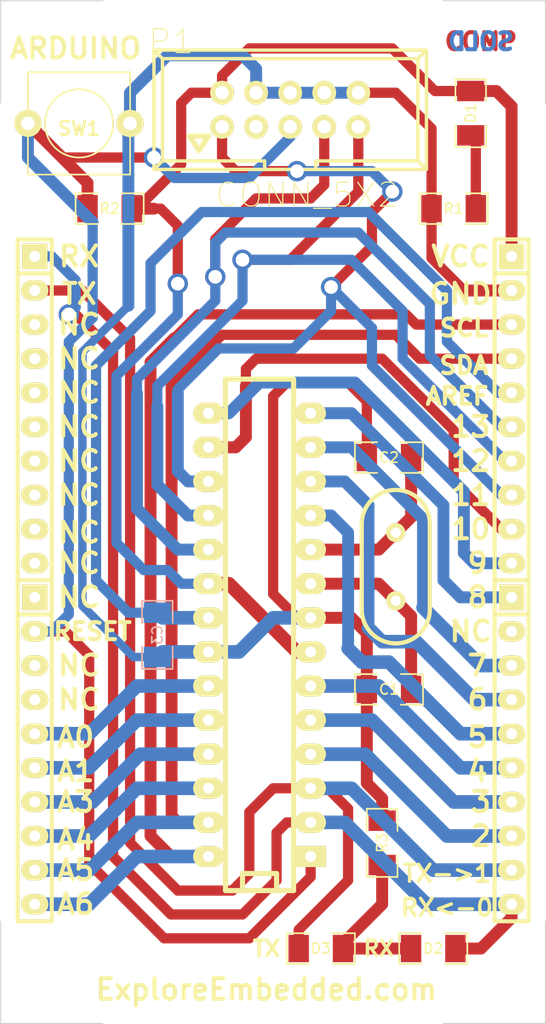
<source format=kicad_pcb>
(kicad_pcb (version 3) (host pcbnew "(2013-07-07 BZR 4022)-stable")

  (general
    (links 59)
    (no_connects 0)
    (area 29.159999 58.369999 71.10476 134.670001)
    (thickness 1.6)
    (drawings 54)
    (tracks 319)
    (zones 0)
    (modules 17)
    (nets 29)
  )

  (page A4)
  (layers
    (15 F.Cu signal)
    (0 B.Cu signal)
    (16 B.Adhes user)
    (17 F.Adhes user)
    (18 B.Paste user)
    (19 F.Paste user)
    (20 B.SilkS user)
    (21 F.SilkS user)
    (22 B.Mask user)
    (23 F.Mask user)
    (24 Dwgs.User user)
    (25 Cmts.User user)
    (26 Eco1.User user)
    (27 Eco2.User user)
    (28 Edge.Cuts user)
  )

  (setup
    (last_trace_width 0.762)
    (user_trace_width 0.508)
    (user_trace_width 0.635)
    (user_trace_width 0.762)
    (user_trace_width 0.889)
    (user_trace_width 1.016)
    (user_trace_width 1.143)
    (user_trace_width 1.27)
    (trace_clearance 0.254)
    (zone_clearance 0.508)
    (zone_45_only no)
    (trace_min 0.254)
    (segment_width 0.2)
    (edge_width 0.1)
    (via_size 0.889)
    (via_drill 0.635)
    (via_min_size 0.889)
    (via_min_drill 0.508)
    (user_via 1.524 1.016)
    (uvia_size 0.508)
    (uvia_drill 0.127)
    (uvias_allowed no)
    (uvia_min_size 0.508)
    (uvia_min_drill 0.127)
    (pcb_text_width 0.3)
    (pcb_text_size 1.5 1.5)
    (mod_edge_width 0.15)
    (mod_text_size 1 1)
    (mod_text_width 0.15)
    (pad_size 1.778 1.778)
    (pad_drill 0.99822)
    (pad_to_mask_clearance 0)
    (aux_axis_origin 0 0)
    (visible_elements 7FFFFFFF)
    (pcbplotparams
      (layerselection 3178497)
      (usegerberextensions true)
      (excludeedgelayer true)
      (linewidth 0.150000)
      (plotframeref false)
      (viasonmask false)
      (mode 1)
      (useauxorigin false)
      (hpglpennumber 1)
      (hpglpenspeed 20)
      (hpglpendiameter 15)
      (hpglpenoverlay 2)
      (psnegative false)
      (psa4output false)
      (plotreference true)
      (plotvalue true)
      (plotothertext true)
      (plotinvisibletext false)
      (padsonsilk false)
      (subtractmaskfromsilk false)
      (outputformat 1)
      (mirror false)
      (drillshape 0)
      (scaleselection 1)
      (outputdirectory ""))
  )

  (net 0 "")
  (net 1 /10)
  (net 2 /11)
  (net 3 /12)
  (net 4 /13)
  (net 5 /2)
  (net 6 /3)
  (net 7 /4)
  (net 8 /5)
  (net 9 /6)
  (net 10 /7)
  (net 11 /8)
  (net 12 /9)
  (net 13 /A0)
  (net 14 /A1)
  (net 15 /A2)
  (net 16 /A3)
  (net 17 /AREF)
  (net 18 /RESET)
  (net 19 /RX)
  (net 20 /SCL)
  (net 21 /SDA)
  (net 22 /TX)
  (net 23 /VCC)
  (net 24 GND)
  (net 25 N-0000018)
  (net 26 N-0000032)
  (net 27 N-0000033)
  (net 28 N-0000034)

  (net_class Default "This is the default net class."
    (clearance 0.254)
    (trace_width 0.254)
    (via_dia 0.889)
    (via_drill 0.635)
    (uvia_dia 0.508)
    (uvia_drill 0.127)
    (add_net "")
    (add_net /10)
    (add_net /11)
    (add_net /12)
    (add_net /13)
    (add_net /2)
    (add_net /3)
    (add_net /4)
    (add_net /5)
    (add_net /6)
    (add_net /7)
    (add_net /8)
    (add_net /9)
    (add_net /A0)
    (add_net /A1)
    (add_net /A2)
    (add_net /A3)
    (add_net /AREF)
    (add_net /RESET)
    (add_net /RX)
    (add_net /SCL)
    (add_net /SDA)
    (add_net /TX)
    (add_net /VCC)
    (add_net GND)
    (add_net N-0000018)
    (add_net N-0000032)
    (add_net N-0000033)
    (add_net N-0000034)
  )

  (module SIL-10 (layer F.Cu) (tedit 5543201C) (tstamp 55093B3F)
    (at 31.75 88.9 270)
    (descr "Connecteur 10 pins")
    (tags "CONN DEV")
    (path /55093011)
    (fp_text reference P2 (at -6.35 -2.54 270) (layer F.SilkS) hide
      (effects (font (size 1.72974 1.08712) (thickness 0.27178)))
    )
    (fp_text value CONN_10 (at 6.35 -2.54 270) (layer F.SilkS) hide
      (effects (font (size 1.524 1.016) (thickness 0.254)))
    )
    (fp_line (start -12.7 1.27) (end -12.7 -1.27) (layer F.SilkS) (width 0.3048))
    (fp_line (start -12.7 -1.27) (end 12.7 -1.27) (layer F.SilkS) (width 0.3048))
    (fp_line (start 12.7 -1.27) (end 12.7 1.27) (layer F.SilkS) (width 0.3048))
    (fp_line (start 12.7 1.27) (end -12.7 1.27) (layer F.SilkS) (width 0.3048))
    (fp_line (start -10.16 1.27) (end -10.16 -1.27) (layer F.SilkS) (width 0.3048))
    (pad 1 thru_hole rect (at -11.43 0 270) (size 1.905 1.905) (drill 0.8128)
      (layers *.Cu *.Mask F.SilkS)
      (net 19 /RX)
    )
    (pad 2 thru_hole oval (at -8.89 0 270) (size 1.524 2.032) (drill 0.8128)
      (layers *.Cu *.Mask F.SilkS)
      (net 22 /TX)
    )
    (pad 3 thru_hole oval (at -6.35 0 270) (size 1.524 2.032) (drill 0.8128)
      (layers *.Cu *.Mask F.SilkS)
    )
    (pad 4 thru_hole oval (at -3.81 0 270) (size 1.524 2.032) (drill 0.8128)
      (layers *.Cu *.Mask F.SilkS)
    )
    (pad 5 thru_hole oval (at -1.27 0 270) (size 1.524 2.032) (drill 0.8128)
      (layers *.Cu *.Mask F.SilkS)
    )
    (pad 6 thru_hole oval (at 1.27 0 270) (size 1.524 2.032) (drill 0.8128)
      (layers *.Cu *.Mask F.SilkS)
    )
    (pad 7 thru_hole oval (at 3.81 0 270) (size 1.524 2.032) (drill 0.8128)
      (layers *.Cu *.Mask F.SilkS)
    )
    (pad 8 thru_hole oval (at 6.35 0 270) (size 1.524 2.032) (drill 0.8128)
      (layers *.Cu *.Mask F.SilkS)
    )
    (pad 9 thru_hole oval (at 8.89 0 270) (size 1.524 2.032) (drill 0.8128)
      (layers *.Cu *.Mask F.SilkS)
    )
    (pad 10 thru_hole oval (at 11.43 0 270) (size 1.524 2.032) (drill 0.8128)
      (layers *.Cu *.Mask F.SilkS)
    )
  )

  (module SIL-10 (layer F.Cu) (tedit 5543200B) (tstamp 55093B52)
    (at 31.75 114.3 270)
    (descr "Connecteur 10 pins")
    (tags "CONN DEV")
    (path /55093017)
    (fp_text reference P3 (at -6.35 -2.54 270) (layer F.SilkS) hide
      (effects (font (size 1.72974 1.08712) (thickness 0.27178)))
    )
    (fp_text value CONN_10 (at 6.35 -2.54 270) (layer F.SilkS) hide
      (effects (font (size 1.524 1.016) (thickness 0.254)))
    )
    (fp_line (start -12.7 1.27) (end -12.7 -1.27) (layer F.SilkS) (width 0.3048))
    (fp_line (start -12.7 -1.27) (end 12.7 -1.27) (layer F.SilkS) (width 0.3048))
    (fp_line (start 12.7 -1.27) (end 12.7 1.27) (layer F.SilkS) (width 0.3048))
    (fp_line (start 12.7 1.27) (end -12.7 1.27) (layer F.SilkS) (width 0.3048))
    (fp_line (start -10.16 1.27) (end -10.16 -1.27) (layer F.SilkS) (width 0.3048))
    (pad 1 thru_hole rect (at -11.43 0 270) (size 1.905 1.905) (drill 0.8128)
      (layers *.Cu *.Mask F.SilkS)
    )
    (pad 2 thru_hole oval (at -8.89 0 270) (size 1.524 2.032) (drill 0.8128)
      (layers *.Cu *.Mask F.SilkS)
      (net 18 /RESET)
    )
    (pad 3 thru_hole oval (at -6.35 0 270) (size 1.524 2.032) (drill 0.8128)
      (layers *.Cu *.Mask F.SilkS)
    )
    (pad 4 thru_hole oval (at -3.81 0 270) (size 1.524 2.032) (drill 0.8128)
      (layers *.Cu *.Mask F.SilkS)
    )
    (pad 5 thru_hole oval (at -1.27 0 270) (size 1.524 2.032) (drill 0.8128)
      (layers *.Cu *.Mask F.SilkS)
      (net 13 /A0)
    )
    (pad 6 thru_hole oval (at 1.27 0 270) (size 1.524 2.032) (drill 0.8128)
      (layers *.Cu *.Mask F.SilkS)
      (net 14 /A1)
    )
    (pad 7 thru_hole oval (at 3.81 0 270) (size 1.524 2.032) (drill 0.8128)
      (layers *.Cu *.Mask F.SilkS)
      (net 15 /A2)
    )
    (pad 8 thru_hole oval (at 6.35 0 270) (size 1.524 2.032) (drill 0.8128)
      (layers *.Cu *.Mask F.SilkS)
      (net 16 /A3)
    )
    (pad 9 thru_hole oval (at 8.89 0 270) (size 1.524 2.032) (drill 0.8128)
      (layers *.Cu *.Mask F.SilkS)
      (net 21 /SDA)
    )
    (pad 10 thru_hole oval (at 11.43 0 270) (size 1.524 2.032) (drill 0.8128)
      (layers *.Cu *.Mask F.SilkS)
      (net 20 /SCL)
    )
  )

  (module SIL-10 (layer F.Cu) (tedit 55431FF4) (tstamp 55093B65)
    (at 67.31 114.3 270)
    (descr "Connecteur 10 pins")
    (tags "CONN DEV")
    (path /5509300B)
    (fp_text reference P5 (at -6.35 -2.54 270) (layer F.SilkS) hide
      (effects (font (size 1.72974 1.08712) (thickness 0.27178)))
    )
    (fp_text value CONN_10 (at 6.35 -2.54 270) (layer F.SilkS) hide
      (effects (font (size 1.524 1.016) (thickness 0.254)))
    )
    (fp_line (start -12.7 1.27) (end -12.7 -1.27) (layer F.SilkS) (width 0.3048))
    (fp_line (start -12.7 -1.27) (end 12.7 -1.27) (layer F.SilkS) (width 0.3048))
    (fp_line (start 12.7 -1.27) (end 12.7 1.27) (layer F.SilkS) (width 0.3048))
    (fp_line (start 12.7 1.27) (end -12.7 1.27) (layer F.SilkS) (width 0.3048))
    (fp_line (start -10.16 1.27) (end -10.16 -1.27) (layer F.SilkS) (width 0.3048))
    (pad 1 thru_hole rect (at -11.43 0 270) (size 1.905 1.905) (drill 0.8128)
      (layers *.Cu *.Mask F.SilkS)
      (net 11 /8)
    )
    (pad 2 thru_hole oval (at -8.89 0 270) (size 1.524 2.032) (drill 0.8128)
      (layers *.Cu *.Mask F.SilkS)
    )
    (pad 3 thru_hole oval (at -6.35 0 270) (size 1.524 2.032) (drill 0.8128)
      (layers *.Cu *.Mask F.SilkS)
      (net 10 /7)
    )
    (pad 4 thru_hole oval (at -3.81 0 270) (size 1.524 2.032) (drill 0.8128)
      (layers *.Cu *.Mask F.SilkS)
      (net 9 /6)
    )
    (pad 5 thru_hole oval (at -1.27 0 270) (size 1.524 2.032) (drill 0.8128)
      (layers *.Cu *.Mask F.SilkS)
      (net 8 /5)
    )
    (pad 6 thru_hole oval (at 1.27 0 270) (size 1.524 2.032) (drill 0.8128)
      (layers *.Cu *.Mask F.SilkS)
      (net 7 /4)
    )
    (pad 7 thru_hole oval (at 3.81 0 270) (size 1.524 2.032) (drill 0.8128)
      (layers *.Cu *.Mask F.SilkS)
      (net 6 /3)
    )
    (pad 8 thru_hole oval (at 6.35 0 270) (size 1.524 2.032) (drill 0.8128)
      (layers *.Cu *.Mask F.SilkS)
      (net 5 /2)
    )
    (pad 9 thru_hole oval (at 8.89 0 270) (size 1.524 2.032) (drill 0.8128)
      (layers *.Cu *.Mask F.SilkS)
      (net 22 /TX)
    )
    (pad 10 thru_hole oval (at 11.43 0 270) (size 1.524 2.032) (drill 0.8128)
      (layers *.Cu *.Mask F.SilkS)
      (net 19 /RX)
    )
  )

  (module SIL-10 (layer F.Cu) (tedit 55431FE9) (tstamp 55093B2C)
    (at 67.31 88.9 270)
    (descr "Connecteur 10 pins")
    (tags "CONN DEV")
    (path /55092FFE)
    (fp_text reference P4 (at -6.35 -2.54 270) (layer F.SilkS) hide
      (effects (font (size 1.72974 1.08712) (thickness 0.27178)))
    )
    (fp_text value CONN_10 (at 6.35 -2.54 270) (layer F.SilkS) hide
      (effects (font (size 1.524 1.016) (thickness 0.254)))
    )
    (fp_line (start -12.7 1.27) (end -12.7 -1.27) (layer F.SilkS) (width 0.3048))
    (fp_line (start -12.7 -1.27) (end 12.7 -1.27) (layer F.SilkS) (width 0.3048))
    (fp_line (start 12.7 -1.27) (end 12.7 1.27) (layer F.SilkS) (width 0.3048))
    (fp_line (start 12.7 1.27) (end -12.7 1.27) (layer F.SilkS) (width 0.3048))
    (fp_line (start -10.16 1.27) (end -10.16 -1.27) (layer F.SilkS) (width 0.3048))
    (pad 1 thru_hole rect (at -11.43 0 270) (size 1.905 1.905) (drill 0.8128)
      (layers *.Cu *.Mask F.SilkS)
      (net 23 /VCC)
    )
    (pad 2 thru_hole oval (at -8.89 0 270) (size 1.524 2.032) (drill 0.8128)
      (layers *.Cu *.Mask F.SilkS)
      (net 24 GND)
    )
    (pad 3 thru_hole oval (at -6.35 0 270) (size 1.524 2.032) (drill 0.8128)
      (layers *.Cu *.Mask F.SilkS)
      (net 20 /SCL)
    )
    (pad 4 thru_hole oval (at -3.81 0 270) (size 1.524 2.032) (drill 0.8128)
      (layers *.Cu *.Mask F.SilkS)
      (net 21 /SDA)
    )
    (pad 5 thru_hole oval (at -1.27 0 270) (size 1.524 2.032) (drill 0.8128)
      (layers *.Cu *.Mask F.SilkS)
      (net 17 /AREF)
    )
    (pad 6 thru_hole oval (at 1.27 0 270) (size 1.524 2.032) (drill 0.8128)
      (layers *.Cu *.Mask F.SilkS)
      (net 4 /13)
    )
    (pad 7 thru_hole oval (at 3.81 0 270) (size 1.524 2.032) (drill 0.8128)
      (layers *.Cu *.Mask F.SilkS)
      (net 3 /12)
    )
    (pad 8 thru_hole oval (at 6.35 0 270) (size 1.524 2.032) (drill 0.8128)
      (layers *.Cu *.Mask F.SilkS)
      (net 2 /11)
    )
    (pad 9 thru_hole oval (at 8.89 0 270) (size 1.524 2.032) (drill 0.8128)
      (layers *.Cu *.Mask F.SilkS)
      (net 1 /10)
    )
    (pad 10 thru_hole oval (at 11.43 0 270) (size 1.524 2.032) (drill 0.8128)
      (layers *.Cu *.Mask F.SilkS)
      (net 12 /9)
    )
  )

  (module SW_PB_2pin_xl (layer F.Cu) (tedit 55431C33) (tstamp 55093AC2)
    (at 35.052 67.564)
    (path /55092C46)
    (fp_text reference SW1 (at 0 0.381) (layer F.SilkS)
      (effects (font (size 1.016 1.016) (thickness 0.2032)))
    )
    (fp_text value SPST (at -1.00076 1.00076) (layer F.SilkS) hide
      (effects (font (size 1.016 1.016) (thickness 0.2032)))
    )
    (fp_circle (center 0 0) (end 0 -2.54) (layer F.SilkS) (width 0.127))
    (fp_line (start -3.81 -3.81) (end 3.81 -3.81) (layer F.SilkS) (width 0.127))
    (fp_line (start 3.81 -3.81) (end 3.81 3.81) (layer F.SilkS) (width 0.127))
    (fp_line (start 3.81 3.81) (end -3.81 3.81) (layer F.SilkS) (width 0.127))
    (fp_line (start -3.81 -3.81) (end -3.81 3.81) (layer F.SilkS) (width 0.127))
    (pad 1 thru_hole circle (at -3.81 -0.01016) (size 2.032 2.032) (drill 1.016)
      (layers *.Cu *.Mask F.SilkS)
      (net 18 /RESET)
    )
    (pad 2 thru_hole circle (at 3.79984 0) (size 2.032 2.032) (drill 1.016)
      (layers *.Cu *.Mask F.SilkS)
      (net 24 GND)
    )
  )

  (module SM1206 (layer F.Cu) (tedit 42806E24) (tstamp 55093ACE)
    (at 62.992 73.914 180)
    (path /55092C20)
    (attr smd)
    (fp_text reference R1 (at 0 0 180) (layer F.SilkS)
      (effects (font (size 0.762 0.762) (thickness 0.127)))
    )
    (fp_text value 1k (at 0 0 180) (layer F.SilkS) hide
      (effects (font (size 0.762 0.762) (thickness 0.127)))
    )
    (fp_line (start -2.54 -1.143) (end -2.54 1.143) (layer F.SilkS) (width 0.127))
    (fp_line (start -2.54 1.143) (end -0.889 1.143) (layer F.SilkS) (width 0.127))
    (fp_line (start 0.889 -1.143) (end 2.54 -1.143) (layer F.SilkS) (width 0.127))
    (fp_line (start 2.54 -1.143) (end 2.54 1.143) (layer F.SilkS) (width 0.127))
    (fp_line (start 2.54 1.143) (end 0.889 1.143) (layer F.SilkS) (width 0.127))
    (fp_line (start -0.889 -1.143) (end -2.54 -1.143) (layer F.SilkS) (width 0.127))
    (pad 1 smd rect (at -1.651 0 180) (size 1.524 2.032)
      (layers F.Cu F.Paste F.Mask)
      (net 26 N-0000032)
    )
    (pad 2 smd rect (at 1.651 0 180) (size 1.524 2.032)
      (layers F.Cu F.Paste F.Mask)
      (net 24 GND)
    )
    (model smd/chip_cms.wrl
      (at (xyz 0 0 0))
      (scale (xyz 0.17 0.16 0.16))
      (rotate (xyz 0 0 0))
    )
  )

  (module SM1206 (layer F.Cu) (tedit 42806E24) (tstamp 55093ADA)
    (at 64.262 66.802 270)
    (path /55092C26)
    (attr smd)
    (fp_text reference D1 (at 0 0 270) (layer F.SilkS)
      (effects (font (size 0.762 0.762) (thickness 0.127)))
    )
    (fp_text value LED (at 0 0 270) (layer F.SilkS) hide
      (effects (font (size 0.762 0.762) (thickness 0.127)))
    )
    (fp_line (start -2.54 -1.143) (end -2.54 1.143) (layer F.SilkS) (width 0.127))
    (fp_line (start -2.54 1.143) (end -0.889 1.143) (layer F.SilkS) (width 0.127))
    (fp_line (start 0.889 -1.143) (end 2.54 -1.143) (layer F.SilkS) (width 0.127))
    (fp_line (start 2.54 -1.143) (end 2.54 1.143) (layer F.SilkS) (width 0.127))
    (fp_line (start 2.54 1.143) (end 0.889 1.143) (layer F.SilkS) (width 0.127))
    (fp_line (start -0.889 -1.143) (end -2.54 -1.143) (layer F.SilkS) (width 0.127))
    (pad 1 smd rect (at -1.651 0 270) (size 1.524 2.032)
      (layers F.Cu F.Paste F.Mask)
      (net 23 /VCC)
    )
    (pad 2 smd rect (at 1.651 0 270) (size 1.524 2.032)
      (layers F.Cu F.Paste F.Mask)
      (net 26 N-0000032)
    )
    (model smd/chip_cms.wrl
      (at (xyz 0 0 0))
      (scale (xyz 0.17 0.16 0.16))
      (rotate (xyz 0 0 0))
    )
  )

  (module SM1206 (layer F.Cu) (tedit 42806E24) (tstamp 55093AE6)
    (at 37.338 73.914 180)
    (path /55092C52)
    (attr smd)
    (fp_text reference R2 (at 0 0 180) (layer F.SilkS)
      (effects (font (size 0.762 0.762) (thickness 0.127)))
    )
    (fp_text value 10k (at 0 0 180) (layer F.SilkS) hide
      (effects (font (size 0.762 0.762) (thickness 0.127)))
    )
    (fp_line (start -2.54 -1.143) (end -2.54 1.143) (layer F.SilkS) (width 0.127))
    (fp_line (start -2.54 1.143) (end -0.889 1.143) (layer F.SilkS) (width 0.127))
    (fp_line (start 0.889 -1.143) (end 2.54 -1.143) (layer F.SilkS) (width 0.127))
    (fp_line (start 2.54 -1.143) (end 2.54 1.143) (layer F.SilkS) (width 0.127))
    (fp_line (start 2.54 1.143) (end 0.889 1.143) (layer F.SilkS) (width 0.127))
    (fp_line (start -0.889 -1.143) (end -2.54 -1.143) (layer F.SilkS) (width 0.127))
    (pad 1 smd rect (at -1.651 0 180) (size 1.524 2.032)
      (layers F.Cu F.Paste F.Mask)
      (net 23 /VCC)
    )
    (pad 2 smd rect (at 1.651 0 180) (size 1.524 2.032)
      (layers F.Cu F.Paste F.Mask)
      (net 18 /RESET)
    )
    (model smd/chip_cms.wrl
      (at (xyz 0 0 0))
      (scale (xyz 0.17 0.16 0.16))
      (rotate (xyz 0 0 0))
    )
  )

  (module SM1206 (layer F.Cu) (tedit 42806E24) (tstamp 55093AF2)
    (at 58.166 92.456)
    (path /55092C64)
    (attr smd)
    (fp_text reference C2 (at 0 0) (layer F.SilkS)
      (effects (font (size 0.762 0.762) (thickness 0.127)))
    )
    (fp_text value 22pF (at 0 0) (layer F.SilkS) hide
      (effects (font (size 0.762 0.762) (thickness 0.127)))
    )
    (fp_line (start -2.54 -1.143) (end -2.54 1.143) (layer F.SilkS) (width 0.127))
    (fp_line (start -2.54 1.143) (end -0.889 1.143) (layer F.SilkS) (width 0.127))
    (fp_line (start 0.889 -1.143) (end 2.54 -1.143) (layer F.SilkS) (width 0.127))
    (fp_line (start 2.54 -1.143) (end 2.54 1.143) (layer F.SilkS) (width 0.127))
    (fp_line (start 2.54 1.143) (end 0.889 1.143) (layer F.SilkS) (width 0.127))
    (fp_line (start -0.889 -1.143) (end -2.54 -1.143) (layer F.SilkS) (width 0.127))
    (pad 1 smd rect (at -1.651 0) (size 1.524 2.032)
      (layers F.Cu F.Paste F.Mask)
      (net 24 GND)
    )
    (pad 2 smd rect (at 1.651 0) (size 1.524 2.032)
      (layers F.Cu F.Paste F.Mask)
      (net 27 N-0000033)
    )
    (model smd/chip_cms.wrl
      (at (xyz 0 0 0))
      (scale (xyz 0.17 0.16 0.16))
      (rotate (xyz 0 0 0))
    )
  )

  (module SM1206 (layer F.Cu) (tedit 42806E24) (tstamp 55093AFE)
    (at 58.166 109.728)
    (path /55092C6A)
    (attr smd)
    (fp_text reference C1 (at 0 0) (layer F.SilkS)
      (effects (font (size 0.762 0.762) (thickness 0.127)))
    )
    (fp_text value 22pF (at 0 0) (layer F.SilkS) hide
      (effects (font (size 0.762 0.762) (thickness 0.127)))
    )
    (fp_line (start -2.54 -1.143) (end -2.54 1.143) (layer F.SilkS) (width 0.127))
    (fp_line (start -2.54 1.143) (end -0.889 1.143) (layer F.SilkS) (width 0.127))
    (fp_line (start 0.889 -1.143) (end 2.54 -1.143) (layer F.SilkS) (width 0.127))
    (fp_line (start 2.54 -1.143) (end 2.54 1.143) (layer F.SilkS) (width 0.127))
    (fp_line (start 2.54 1.143) (end 0.889 1.143) (layer F.SilkS) (width 0.127))
    (fp_line (start -0.889 -1.143) (end -2.54 -1.143) (layer F.SilkS) (width 0.127))
    (pad 1 smd rect (at -1.651 0) (size 1.524 2.032)
      (layers F.Cu F.Paste F.Mask)
      (net 24 GND)
    )
    (pad 2 smd rect (at 1.651 0) (size 1.524 2.032)
      (layers F.Cu F.Paste F.Mask)
      (net 28 N-0000034)
    )
    (model smd/chip_cms.wrl
      (at (xyz 0 0 0))
      (scale (xyz 0.17 0.16 0.16))
      (rotate (xyz 0 0 0))
    )
  )

  (module SM1206 (layer B.Cu) (tedit 42806E24) (tstamp 55093B0A)
    (at 40.894 105.664 90)
    (path /55092CAB)
    (attr smd)
    (fp_text reference C3 (at 0 0 90) (layer B.SilkS)
      (effects (font (size 0.762 0.762) (thickness 0.127)) (justify mirror))
    )
    (fp_text value 100nF (at 0 0 90) (layer B.SilkS) hide
      (effects (font (size 0.762 0.762) (thickness 0.127)) (justify mirror))
    )
    (fp_line (start -2.54 1.143) (end -2.54 -1.143) (layer B.SilkS) (width 0.127))
    (fp_line (start -2.54 -1.143) (end -0.889 -1.143) (layer B.SilkS) (width 0.127))
    (fp_line (start 0.889 1.143) (end 2.54 1.143) (layer B.SilkS) (width 0.127))
    (fp_line (start 2.54 1.143) (end 2.54 -1.143) (layer B.SilkS) (width 0.127))
    (fp_line (start 2.54 -1.143) (end 0.889 -1.143) (layer B.SilkS) (width 0.127))
    (fp_line (start -0.889 1.143) (end -2.54 1.143) (layer B.SilkS) (width 0.127))
    (pad 1 smd rect (at -1.651 0 90) (size 1.524 2.032)
      (layers B.Cu B.Paste B.Mask)
      (net 24 GND)
    )
    (pad 2 smd rect (at 1.651 0 90) (size 1.524 2.032)
      (layers B.Cu B.Paste B.Mask)
      (net 17 /AREF)
    )
    (model smd/chip_cms.wrl
      (at (xyz 0 0 0))
      (scale (xyz 0.17 0.16 0.16))
      (rotate (xyz 0 0 0))
    )
  )

  (module HC-49V (layer F.Cu) (tedit 55432033) (tstamp 55093B71)
    (at 58.674 100.584 270)
    (descr "Quartz boitier HC-49 Vertical")
    (tags "QUARTZ DEV")
    (path /55092C70)
    (autoplace_cost180 10)
    (fp_text reference X1 (at 0 -3.81 270) (layer F.SilkS) hide
      (effects (font (size 1.524 1.524) (thickness 0.3048)))
    )
    (fp_text value CRYSTAL (at 0 3.81 270) (layer F.SilkS) hide
      (effects (font (size 1.524 1.524) (thickness 0.3048)))
    )
    (fp_line (start -3.175 2.54) (end 3.175 2.54) (layer F.SilkS) (width 0.3175))
    (fp_line (start -3.175 -2.54) (end 3.175 -2.54) (layer F.SilkS) (width 0.3175))
    (fp_arc (start 3.175 0) (end 3.175 -2.54) (angle 90) (layer F.SilkS) (width 0.3175))
    (fp_arc (start 3.175 0) (end 5.715 0) (angle 90) (layer F.SilkS) (width 0.3175))
    (fp_arc (start -3.175 0) (end -5.715 0) (angle 90) (layer F.SilkS) (width 0.3175))
    (fp_arc (start -3.175 0) (end -3.175 2.54) (angle 90) (layer F.SilkS) (width 0.3175))
    (pad 1 thru_hole circle (at -2.54 0 270) (size 1.4224 1.4224) (drill 0.762)
      (layers *.Cu *.Mask F.SilkS)
      (net 27 N-0000033)
    )
    (pad 2 thru_hole circle (at 2.54 0 270) (size 1.4224 1.4224) (drill 0.762)
      (layers *.Cu *.Mask F.SilkS)
      (net 28 N-0000034)
    )
    (model discret/xtal/crystal_hc18u_vertical.wrl
      (at (xyz 0 0 0))
      (scale (xyz 1 1 0.2))
      (rotate (xyz 0 0 0))
    )
  )

  (module DIP-28__300_ELL (layer F.Cu) (tedit 55432014) (tstamp 55093B98)
    (at 48.514 105.664 90)
    (descr "28 pins DIL package, elliptical pads, width 300mil")
    (tags DIL)
    (path /55092C76)
    (fp_text reference IC1 (at -11.43 0 90) (layer F.SilkS) hide
      (effects (font (size 1.524 1.143) (thickness 0.28575)))
    )
    (fp_text value ATMEGA8-P (at 6.985 0 90) (layer F.SilkS) hide
      (effects (font (size 1.524 1.143) (thickness 0.28575)))
    )
    (fp_line (start -19.05 -2.54) (end 19.05 -2.54) (layer F.SilkS) (width 0.381))
    (fp_line (start 19.05 -2.54) (end 19.05 2.54) (layer F.SilkS) (width 0.381))
    (fp_line (start 19.05 2.54) (end -19.05 2.54) (layer F.SilkS) (width 0.381))
    (fp_line (start -19.05 2.54) (end -19.05 -2.54) (layer F.SilkS) (width 0.381))
    (fp_line (start -19.05 -1.27) (end -17.78 -1.27) (layer F.SilkS) (width 0.381))
    (fp_line (start -17.78 -1.27) (end -17.78 1.27) (layer F.SilkS) (width 0.381))
    (fp_line (start -17.78 1.27) (end -19.05 1.27) (layer F.SilkS) (width 0.381))
    (pad 2 thru_hole oval (at -13.97 3.81 90) (size 1.5748 2.286) (drill 0.8128)
      (layers *.Cu *.Mask F.SilkS)
      (net 19 /RX)
    )
    (pad 3 thru_hole oval (at -11.43 3.81 90) (size 1.5748 2.286) (drill 0.8128)
      (layers *.Cu *.Mask F.SilkS)
      (net 22 /TX)
    )
    (pad 4 thru_hole oval (at -8.89 3.81 90) (size 1.5748 2.286) (drill 0.8128)
      (layers *.Cu *.Mask F.SilkS)
      (net 5 /2)
    )
    (pad 5 thru_hole oval (at -6.35 3.81 90) (size 1.5748 2.286) (drill 0.8128)
      (layers *.Cu *.Mask F.SilkS)
      (net 6 /3)
    )
    (pad 6 thru_hole oval (at -3.81 3.81 90) (size 1.5748 2.286) (drill 0.8128)
      (layers *.Cu *.Mask F.SilkS)
      (net 7 /4)
    )
    (pad 7 thru_hole oval (at -1.27 3.81 90) (size 1.5748 2.286) (drill 0.8128)
      (layers *.Cu *.Mask F.SilkS)
      (net 23 /VCC)
    )
    (pad 8 thru_hole oval (at 1.27 3.81 90) (size 1.5748 2.286) (drill 0.8128)
      (layers *.Cu *.Mask F.SilkS)
      (net 24 GND)
    )
    (pad 9 thru_hole oval (at 3.81 3.81 90) (size 1.5748 2.286) (drill 0.8128)
      (layers *.Cu *.Mask F.SilkS)
      (net 28 N-0000034)
    )
    (pad 10 thru_hole oval (at 6.35 3.81 90) (size 1.5748 2.286) (drill 0.8128)
      (layers *.Cu *.Mask F.SilkS)
      (net 27 N-0000033)
    )
    (pad 11 thru_hole oval (at 8.89 3.81 90) (size 1.5748 2.286) (drill 0.8128)
      (layers *.Cu *.Mask F.SilkS)
      (net 8 /5)
    )
    (pad 12 thru_hole oval (at 11.43 3.81 90) (size 1.5748 2.286) (drill 0.8128)
      (layers *.Cu *.Mask F.SilkS)
      (net 9 /6)
    )
    (pad 13 thru_hole oval (at 13.97 3.81 90) (size 1.5748 2.286) (drill 0.8128)
      (layers *.Cu *.Mask F.SilkS)
      (net 10 /7)
    )
    (pad 14 thru_hole oval (at 16.51 3.81 90) (size 1.5748 2.286) (drill 0.8128)
      (layers *.Cu *.Mask F.SilkS)
      (net 11 /8)
    )
    (pad 1 thru_hole rect (at -16.51 3.81 90) (size 1.5748 2.286) (drill 0.8128)
      (layers *.Cu *.Mask F.SilkS)
      (net 18 /RESET)
    )
    (pad 15 thru_hole oval (at 16.51 -3.81 90) (size 1.5748 2.286) (drill 0.8128)
      (layers *.Cu *.Mask F.SilkS)
      (net 12 /9)
    )
    (pad 16 thru_hole oval (at 13.97 -3.81 90) (size 1.5748 2.286) (drill 0.8128)
      (layers *.Cu *.Mask F.SilkS)
      (net 1 /10)
    )
    (pad 17 thru_hole oval (at 11.43 -3.81 90) (size 1.5748 2.286) (drill 0.8128)
      (layers *.Cu *.Mask F.SilkS)
      (net 2 /11)
    )
    (pad 18 thru_hole oval (at 8.89 -3.81 90) (size 1.5748 2.286) (drill 0.8128)
      (layers *.Cu *.Mask F.SilkS)
      (net 3 /12)
    )
    (pad 19 thru_hole oval (at 6.35 -3.81 90) (size 1.5748 2.286) (drill 0.8128)
      (layers *.Cu *.Mask F.SilkS)
      (net 4 /13)
    )
    (pad 20 thru_hole oval (at 3.81 -3.81 90) (size 1.5748 2.286) (drill 0.8128)
      (layers *.Cu *.Mask F.SilkS)
      (net 23 /VCC)
    )
    (pad 21 thru_hole oval (at 1.27 -3.81 90) (size 1.5748 2.286) (drill 0.8128)
      (layers *.Cu *.Mask F.SilkS)
      (net 17 /AREF)
    )
    (pad 22 thru_hole oval (at -1.27 -3.81 90) (size 1.5748 2.286) (drill 0.8128)
      (layers *.Cu *.Mask F.SilkS)
      (net 24 GND)
    )
    (pad 23 thru_hole oval (at -3.81 -3.81 90) (size 1.5748 2.286) (drill 0.8128)
      (layers *.Cu *.Mask F.SilkS)
      (net 13 /A0)
    )
    (pad 24 thru_hole oval (at -6.35 -3.81 90) (size 1.5748 2.286) (drill 0.8128)
      (layers *.Cu *.Mask F.SilkS)
      (net 14 /A1)
    )
    (pad 25 thru_hole oval (at -8.89 -3.81 90) (size 1.5748 2.286) (drill 0.8128)
      (layers *.Cu *.Mask F.SilkS)
      (net 15 /A2)
    )
    (pad 26 thru_hole oval (at -11.43 -3.81 90) (size 1.5748 2.286) (drill 0.8128)
      (layers *.Cu *.Mask F.SilkS)
      (net 16 /A3)
    )
    (pad 27 thru_hole oval (at -13.97 -3.81 90) (size 1.5748 2.286) (drill 0.8128)
      (layers *.Cu *.Mask F.SilkS)
      (net 21 /SDA)
    )
    (pad 28 thru_hole oval (at -16.51 -3.81 90) (size 1.5748 2.286) (drill 0.8128)
      (layers *.Cu *.Mask F.SilkS)
      (net 20 /SCL)
    )
    (model dil/dil_28-w300.wrl
      (at (xyz 0 0 0))
      (scale (xyz 1 1 1))
      (rotate (xyz 0 0 0))
    )
  )

  (module SM1206 (layer F.Cu) (tedit 42806E24) (tstamp 55430FFC)
    (at 61.468 129.032 180)
    (path /55431014)
    (attr smd)
    (fp_text reference D2 (at 0 0 180) (layer F.SilkS)
      (effects (font (size 0.762 0.762) (thickness 0.127)))
    )
    (fp_text value LED (at 0 0 180) (layer F.SilkS) hide
      (effects (font (size 0.762 0.762) (thickness 0.127)))
    )
    (fp_line (start -2.54 -1.143) (end -2.54 1.143) (layer F.SilkS) (width 0.127))
    (fp_line (start -2.54 1.143) (end -0.889 1.143) (layer F.SilkS) (width 0.127))
    (fp_line (start 0.889 -1.143) (end 2.54 -1.143) (layer F.SilkS) (width 0.127))
    (fp_line (start 2.54 -1.143) (end 2.54 1.143) (layer F.SilkS) (width 0.127))
    (fp_line (start 2.54 1.143) (end 0.889 1.143) (layer F.SilkS) (width 0.127))
    (fp_line (start -0.889 -1.143) (end -2.54 -1.143) (layer F.SilkS) (width 0.127))
    (pad 1 smd rect (at -1.651 0 180) (size 1.524 2.032)
      (layers F.Cu F.Paste F.Mask)
      (net 19 /RX)
    )
    (pad 2 smd rect (at 1.651 0 180) (size 1.524 2.032)
      (layers F.Cu F.Paste F.Mask)
      (net 25 N-0000018)
    )
    (model smd/chip_cms.wrl
      (at (xyz 0 0 0))
      (scale (xyz 0.17 0.16 0.16))
      (rotate (xyz 0 0 0))
    )
  )

  (module SM1206 (layer F.Cu) (tedit 42806E24) (tstamp 55431008)
    (at 53.086 129.032)
    (path /5543101A)
    (attr smd)
    (fp_text reference D3 (at 0 0) (layer F.SilkS)
      (effects (font (size 0.762 0.762) (thickness 0.127)))
    )
    (fp_text value LED (at 0 0) (layer F.SilkS) hide
      (effects (font (size 0.762 0.762) (thickness 0.127)))
    )
    (fp_line (start -2.54 -1.143) (end -2.54 1.143) (layer F.SilkS) (width 0.127))
    (fp_line (start -2.54 1.143) (end -0.889 1.143) (layer F.SilkS) (width 0.127))
    (fp_line (start 0.889 -1.143) (end 2.54 -1.143) (layer F.SilkS) (width 0.127))
    (fp_line (start 2.54 -1.143) (end 2.54 1.143) (layer F.SilkS) (width 0.127))
    (fp_line (start 2.54 1.143) (end 0.889 1.143) (layer F.SilkS) (width 0.127))
    (fp_line (start -0.889 -1.143) (end -2.54 -1.143) (layer F.SilkS) (width 0.127))
    (pad 1 smd rect (at -1.651 0) (size 1.524 2.032)
      (layers F.Cu F.Paste F.Mask)
      (net 22 /TX)
    )
    (pad 2 smd rect (at 1.651 0) (size 1.524 2.032)
      (layers F.Cu F.Paste F.Mask)
      (net 25 N-0000018)
    )
    (model smd/chip_cms.wrl
      (at (xyz 0 0 0))
      (scale (xyz 0.17 0.16 0.16))
      (rotate (xyz 0 0 0))
    )
  )

  (module SM1206 (layer F.Cu) (tedit 42806E24) (tstamp 55431014)
    (at 57.658 121.158 90)
    (path /55431020)
    (attr smd)
    (fp_text reference R3 (at 0 0 90) (layer F.SilkS)
      (effects (font (size 0.762 0.762) (thickness 0.127)))
    )
    (fp_text value 1k (at 0 0 90) (layer F.SilkS) hide
      (effects (font (size 0.762 0.762) (thickness 0.127)))
    )
    (fp_line (start -2.54 -1.143) (end -2.54 1.143) (layer F.SilkS) (width 0.127))
    (fp_line (start -2.54 1.143) (end -0.889 1.143) (layer F.SilkS) (width 0.127))
    (fp_line (start 0.889 -1.143) (end 2.54 -1.143) (layer F.SilkS) (width 0.127))
    (fp_line (start 2.54 -1.143) (end 2.54 1.143) (layer F.SilkS) (width 0.127))
    (fp_line (start 2.54 1.143) (end 0.889 1.143) (layer F.SilkS) (width 0.127))
    (fp_line (start -0.889 -1.143) (end -2.54 -1.143) (layer F.SilkS) (width 0.127))
    (pad 1 smd rect (at -1.651 0 90) (size 1.524 2.032)
      (layers F.Cu F.Paste F.Mask)
      (net 25 N-0000018)
    )
    (pad 2 smd rect (at 1.651 0 90) (size 1.524 2.032)
      (layers F.Cu F.Paste F.Mask)
      (net 24 GND)
    )
    (model smd/chip_cms.wrl
      (at (xyz 0 0 0))
      (scale (xyz 0.17 0.16 0.16))
      (rotate (xyz 0 0 0))
    )
  )

  (module VASCH5x2 (layer F.Cu) (tedit 55471B31) (tstamp 55093B19)
    (at 50.8 66.548)
    (descr CONNECTOR)
    (tags CONNECTOR)
    (path /55471021)
    (attr virtual)
    (fp_text reference P1 (at -8.89 -5.08) (layer F.SilkS)
      (effects (font (size 1.778 1.778) (thickness 0.0889)))
    )
    (fp_text value CONN_5X2 (at 1.27 6.35) (layer F.SilkS)
      (effects (font (size 1.778 1.778) (thickness 0.0889)))
    )
    (fp_line (start -9.525 -3.81) (end -10.16 -4.445) (layer F.SilkS) (width 0.254))
    (fp_line (start -9.525 3.81) (end -10.16 4.445) (layer F.SilkS) (width 0.254))
    (fp_line (start 9.525 3.81) (end 10.16 4.445) (layer F.SilkS) (width 0.254))
    (fp_line (start 9.525 -3.81) (end 10.16 -4.445) (layer F.SilkS) (width 0.254))
    (fp_line (start 1.905 4.445) (end 1.905 3.81) (layer F.SilkS) (width 0.254))
    (fp_line (start 1.905 3.81) (end 9.525 3.81) (layer F.SilkS) (width 0.254))
    (fp_line (start 9.525 3.81) (end 9.525 -3.81) (layer F.SilkS) (width 0.254))
    (fp_line (start 9.525 -3.81) (end -9.525 -3.81) (layer F.SilkS) (width 0.254))
    (fp_line (start -9.525 -3.81) (end -9.525 3.81) (layer F.SilkS) (width 0.254))
    (fp_line (start -9.525 3.81) (end -1.905 3.81) (layer F.SilkS) (width 0.254))
    (fp_line (start -1.905 3.81) (end -1.905 4.445) (layer F.SilkS) (width 0.254))
    (fp_line (start -10.16 4.445) (end 10.16 4.445) (layer F.SilkS) (width 0.254))
    (fp_line (start 10.16 -4.445) (end -10.16 -4.445) (layer F.SilkS) (width 0.254))
    (fp_line (start -10.16 -4.445) (end -10.16 4.445) (layer F.SilkS) (width 0.254))
    (fp_line (start 10.16 -4.445) (end 10.16 4.445) (layer F.SilkS) (width 0.254))
    (fp_line (start -7.49808 1.9685) (end -6.79958 3.03784) (layer F.SilkS) (width 0.4064))
    (fp_line (start -6.79958 3.03784) (end -6.09854 1.9685) (layer F.SilkS) (width 0.4064))
    (fp_line (start -6.09854 1.9685) (end -7.49808 1.9685) (layer F.SilkS) (width 0.4064))
    (pad 1 thru_hole circle (at -5.08 1.27) (size 1.778 1.778) (drill 0.99822)
      (layers *.Cu F.Paste F.SilkS F.Mask)
      (net 2 /11)
    )
    (pad 2 thru_hole circle (at -5.08 -1.27) (size 1.778 1.778) (drill 0.99822)
      (layers *.Cu F.Paste F.SilkS F.Mask)
      (net 23 /VCC)
    )
    (pad 3 thru_hole circle (at -2.54 1.27) (size 1.778 1.778) (drill 0.99822)
      (layers *.Cu F.Paste F.SilkS F.Mask)
    )
    (pad 4 thru_hole circle (at -2.54 -1.27) (size 1.778 1.778) (drill 0.99822)
      (layers *.Cu F.Paste F.SilkS F.Mask)
      (net 24 GND)
    )
    (pad 5 thru_hole circle (at 0 1.27) (size 1.778 1.778) (drill 0.99822)
      (layers *.Cu F.Paste F.SilkS F.Mask)
      (net 18 /RESET)
    )
    (pad 6 thru_hole circle (at 0 -1.27) (size 1.778 1.778) (drill 0.99822)
      (layers *.Cu F.Paste F.SilkS F.Mask)
      (net 24 GND)
    )
    (pad 7 thru_hole circle (at 2.54 1.27) (size 1.778 1.778) (drill 0.99822)
      (layers *.Cu F.Paste F.SilkS F.Mask)
      (net 4 /13)
    )
    (pad 8 thru_hole circle (at 2.54 -1.27) (size 1.778 1.778) (drill 0.99822)
      (layers *.Cu F.Paste F.SilkS F.Mask)
      (net 24 GND)
    )
    (pad 9 thru_hole circle (at 5.08 1.27) (size 1.778 1.778) (drill 0.99822)
      (layers *.Cu F.Paste F.SilkS F.Mask)
      (net 3 /12)
    )
    (pad 10 thru_hole circle (at 5.08 -1.27) (size 1.778 1.778) (drill 0.99822)
      (layers *.Cu F.Paste F.SilkS F.Mask)
      (net 24 GND)
    )
  )

  (gr_text NC (at 35.052 110.49) (layer F.SilkS)
    (effects (font (size 1.5 1.5) (thickness 0.3)))
  )
  (gr_text NC (at 35.052 107.95) (layer F.SilkS)
    (effects (font (size 1.5 1.5) (thickness 0.3)))
  )
  (gr_text NC (at 35.052 102.87) (layer F.SilkS)
    (effects (font (size 1.5 1.5) (thickness 0.3)))
  )
  (gr_text NC (at 35.052 100.33) (layer F.SilkS)
    (effects (font (size 1.5 1.5) (thickness 0.3)))
  )
  (gr_text NC (at 35.052 98.044) (layer F.SilkS)
    (effects (font (size 1.5 1.5) (thickness 0.3)))
  )
  (gr_text NC (at 35.052 95.25) (layer F.SilkS)
    (effects (font (size 1.5 1.5) (thickness 0.3)))
  )
  (gr_text NC (at 35.052 92.71) (layer F.SilkS)
    (effects (font (size 1.5 1.5) (thickness 0.3)))
  )
  (gr_text NC (at 35.052 90.17) (layer F.SilkS)
    (effects (font (size 1.5 1.5) (thickness 0.3)))
  )
  (gr_text NC (at 35.052 87.63) (layer F.SilkS)
    (effects (font (size 1.5 1.5) (thickness 0.3)))
  )
  (gr_text NC (at 35.052 85.09) (layer F.SilkS)
    (effects (font (size 1.5 1.5) (thickness 0.3)))
  )
  (gr_text NC (at 35.052 82.55) (layer F.SilkS)
    (effects (font (size 1.5 1.5) (thickness 0.3)))
  )
  (gr_text NC (at 64.262 105.41) (layer F.SilkS)
    (effects (font (size 1.5 1.5) (thickness 0.3)))
  )
  (gr_text TX (at 35.052 80.264) (layer F.SilkS)
    (effects (font (size 1.5 1.5) (thickness 0.3)))
  )
  (gr_text RX (at 35.052 77.47) (layer F.SilkS)
    (effects (font (size 1.5 1.5) (thickness 0.3)))
  )
  (gr_text SOLD (at 65.024 61.468) (layer B.Cu)
    (effects (font (size 1.27 1.27) (thickness 0.3)) (justify mirror))
  )
  (gr_text COMP (at 65.024 61.468) (layer F.Cu)
    (effects (font (size 1.27 1.27) (thickness 0.3)))
  )
  (gr_text RESET (at 36.068 105.41) (layer F.SilkS)
    (effects (font (size 1.27 1.27) (thickness 0.3)))
  )
  (gr_text A6 (at 34.798 125.73) (layer F.SilkS)
    (effects (font (size 1.5 1.5) (thickness 0.3)))
  )
  (gr_text A5 (at 34.798 123.19) (layer F.SilkS)
    (effects (font (size 1.5 1.5) (thickness 0.3)))
  )
  (gr_text A4 (at 34.798 120.904) (layer F.SilkS)
    (effects (font (size 1.5 1.5) (thickness 0.3)))
  )
  (gr_text A3 (at 34.798 118.11) (layer F.SilkS)
    (effects (font (size 1.5 1.5) (thickness 0.3)))
  )
  (gr_text A1 (at 34.798 115.824) (layer F.SilkS)
    (effects (font (size 1.5 1.5) (thickness 0.3)))
  )
  (gr_text A0 (at 34.798 113.284) (layer F.SilkS)
    (effects (font (size 1.5 1.5) (thickness 0.3)))
  )
  (gr_text VCC (at 63.5 77.47) (layer F.SilkS)
    (effects (font (size 1.5 1.5) (thickness 0.3)))
  )
  (gr_text GND (at 63.5 80.264) (layer F.SilkS)
    (effects (font (size 1.5 1.5) (thickness 0.3)))
  )
  (gr_text SCL (at 63.754 82.804) (layer F.SilkS)
    (effects (font (size 1.27 1.27) (thickness 0.3)))
  )
  (gr_text SDA (at 63.754 85.598) (layer F.SilkS)
    (effects (font (size 1.27 1.27) (thickness 0.3)))
  )
  (gr_text AREF (at 63.246 87.884) (layer F.SilkS)
    (effects (font (size 1.27 1.27) (thickness 0.3)))
  )
  (gr_text 13 (at 64.262 90.17) (layer F.SilkS)
    (effects (font (size 1.5 1.5) (thickness 0.3)))
  )
  (gr_text 12 (at 64.262 92.71) (layer F.SilkS)
    (effects (font (size 1.5 1.5) (thickness 0.3)))
  )
  (gr_text 11 (at 64.262 95.25) (layer F.SilkS)
    (effects (font (size 1.5 1.5) (thickness 0.3)))
  )
  (gr_text 10 (at 64.262 97.79) (layer F.SilkS)
    (effects (font (size 1.5 1.5) (thickness 0.3)))
  )
  (gr_text 9 (at 64.77 100.33) (layer F.SilkS)
    (effects (font (size 1.5 1.5) (thickness 0.3)))
  )
  (gr_text 8 (at 64.77 102.87) (layer F.SilkS)
    (effects (font (size 1.5 1.5) (thickness 0.3)))
  )
  (gr_text 7 (at 64.77 107.95) (layer F.SilkS)
    (effects (font (size 1.5 1.5) (thickness 0.3)))
  )
  (gr_text 6 (at 64.77 110.49) (layer F.SilkS)
    (effects (font (size 1.5 1.5) (thickness 0.3)))
  )
  (gr_text 5 (at 64.77 113.284) (layer F.SilkS)
    (effects (font (size 1.5 1.5) (thickness 0.3)))
  )
  (gr_text 4 (at 64.77 115.824) (layer F.SilkS)
    (effects (font (size 1.5 1.5) (thickness 0.3)))
  )
  (gr_text 3 (at 65.024 118.11) (layer F.SilkS)
    (effects (font (size 1.5 1.5) (thickness 0.3)))
  )
  (gr_text 2 (at 65.024 120.65) (layer F.SilkS)
    (effects (font (size 1.5 1.5) (thickness 0.3)))
  )
  (gr_text TX->1 (at 62.484 123.444) (layer F.SilkS)
    (effects (font (size 1.27 1.27) (thickness 0.254)))
  )
  (gr_text RX<-0 (at 62.484 125.984) (layer F.SilkS)
    (effects (font (size 1.27 1.27) (thickness 0.254)))
  )
  (gr_text ExploreEmbedded.com (at 49.022 132.08) (layer F.SilkS)
    (effects (font (size 1.524 1.524) (thickness 0.3)))
  )
  (gr_text "RX\n" (at 57.404 129.032) (layer F.SilkS)
    (effects (font (size 1.143 1.143) (thickness 0.254)))
  )
  (gr_text TX (at 49.022 129.032) (layer F.SilkS)
    (effects (font (size 1.143 1.143) (thickness 0.254)))
  )
  (gr_text ARDUINO (at 34.798 61.976) (layer F.SilkS)
    (effects (font (size 1.5 1.5) (thickness 0.3)))
  )
  (gr_line (start 29.21 58.42) (end 29.21 66.04) (angle 90) (layer Edge.Cuts) (width 0.1))
  (gr_line (start 29.21 58.42) (end 36.83 58.42) (angle 90) (layer Edge.Cuts) (width 0.1))
  (gr_line (start 69.85 58.42) (end 62.23 58.42) (angle 90) (layer Edge.Cuts) (width 0.1))
  (gr_line (start 69.85 58.42) (end 69.85 66.04) (angle 90) (layer Edge.Cuts) (width 0.1))
  (gr_line (start 29.21 134.62) (end 36.83 134.62) (angle 90) (layer Edge.Cuts) (width 0.1))
  (gr_line (start 29.21 134.62) (end 29.21 127) (angle 90) (layer Edge.Cuts) (width 0.1))
  (gr_line (start 69.85 134.62) (end 69.85 127) (angle 90) (layer Edge.Cuts) (width 0.1))
  (gr_line (start 69.85 134.62) (end 62.23 134.62) (angle 90) (layer Edge.Cuts) (width 0.1))

  (segment (start 67.31 97.79) (end 66.548 97.79) (width 0.762) (layer F.Cu) (net 1))
  (segment (start 47.498 85.852) (end 47.498 87.122) (width 0.762) (layer F.Cu) (net 1) (tstamp 55430875))
  (segment (start 48.26 85.09) (end 47.498 85.852) (width 0.762) (layer F.Cu) (net 1) (tstamp 55430874))
  (segment (start 57.658 85.09) (end 48.26 85.09) (width 0.762) (layer F.Cu) (net 1) (tstamp 55430872))
  (segment (start 62.992 90.424) (end 57.658 85.09) (width 0.762) (layer F.Cu) (net 1) (tstamp 55430870))
  (segment (start 62.992 94.234) (end 62.992 90.424) (width 0.762) (layer F.Cu) (net 1) (tstamp 5543086E))
  (segment (start 66.548 97.79) (end 62.992 94.234) (width 0.762) (layer F.Cu) (net 1) (tstamp 5543086D))
  (segment (start 46.736 91.694) (end 44.704 91.694) (width 0.889) (layer F.Cu) (net 1) (tstamp 55129B28))
  (segment (start 47.498 90.932) (end 46.736 91.694) (width 0.889) (layer F.Cu) (net 1) (tstamp 55129B27))
  (segment (start 47.498 87.122) (end 47.498 90.932) (width 0.889) (layer F.Cu) (net 1) (tstamp 55430878))
  (segment (start 53.848 79.756) (end 56.896 76.708) (width 0.762) (layer F.Cu) (net 2))
  (via (at 53.848 79.756) (size 1.524) (drill 1.016) (layers F.Cu B.Cu) (net 2))
  (segment (start 45.72 70.104) (end 45.72 67.818) (width 0.762) (layer F.Cu) (net 2) (tstamp 55471573))
  (segment (start 46.228 70.612) (end 45.72 70.104) (width 0.762) (layer F.Cu) (net 2) (tstamp 55471572))
  (segment (start 46.736 71.12) (end 46.228 70.612) (width 0.762) (layer F.Cu) (net 2) (tstamp 55471571))
  (segment (start 51.308 71.12) (end 46.736 71.12) (width 0.762) (layer F.Cu) (net 2) (tstamp 55471570))
  (via (at 51.308 71.12) (size 1.524) (drill 1.016) (layers F.Cu B.Cu) (net 2))
  (segment (start 56.896 71.12) (end 51.308 71.12) (width 0.762) (layer B.Cu) (net 2) (tstamp 5547156D))
  (segment (start 58.42 72.644) (end 56.896 71.12) (width 0.762) (layer B.Cu) (net 2) (tstamp 5547156C))
  (via (at 58.42 72.644) (size 1.524) (drill 1.016) (layers F.Cu B.Cu) (net 2))
  (segment (start 56.896 74.168) (end 58.42 72.644) (width 0.762) (layer F.Cu) (net 2) (tstamp 55471566))
  (segment (start 56.896 76.708) (end 56.896 74.168) (width 0.762) (layer F.Cu) (net 2) (tstamp 55471565))
  (segment (start 42.418 87.63) (end 42.418 87.376) (width 0.762) (layer B.Cu) (net 2))
  (segment (start 42.418 87.376) (end 45.466 84.328) (width 0.762) (layer B.Cu) (net 2) (tstamp 55430DAD))
  (segment (start 67.31 95.25) (end 66.548 95.25) (width 0.762) (layer B.Cu) (net 2))
  (segment (start 66.548 95.25) (end 56.896 85.598) (width 0.762) (layer B.Cu) (net 2) (tstamp 55430891))
  (segment (start 56.896 85.598) (end 56.896 82.804) (width 0.762) (layer B.Cu) (net 2) (tstamp 55430894))
  (segment (start 43.18 94.234) (end 44.704 94.234) (width 0.889) (layer B.Cu) (net 2) (tstamp 55129B63))
  (segment (start 42.418 87.63) (end 42.418 93.472) (width 0.889) (layer B.Cu) (net 2) (tstamp 55430DAB))
  (segment (start 42.418 93.472) (end 43.18 94.234) (width 0.889) (layer B.Cu) (net 2) (tstamp 55129B5F))
  (segment (start 53.848 81.534) (end 53.848 79.756) (width 0.762) (layer B.Cu) (net 2) (tstamp 55430DB3))
  (segment (start 51.054 84.328) (end 53.848 81.534) (width 0.762) (layer B.Cu) (net 2) (tstamp 55430DB2))
  (segment (start 45.466 84.328) (end 51.054 84.328) (width 0.762) (layer B.Cu) (net 2) (tstamp 55430DAF))
  (segment (start 56.896 82.804) (end 53.848 79.756) (width 0.762) (layer B.Cu) (net 2) (tstamp 55430898))
  (segment (start 47.244 77.724) (end 50.8 77.724) (width 0.762) (layer F.Cu) (net 3))
  (via (at 47.244 77.724) (size 1.524) (drill 1.016) (layers F.Cu B.Cu) (net 3))
  (segment (start 55.88 72.644) (end 55.88 67.818) (width 0.762) (layer F.Cu) (net 3) (tstamp 55471486))
  (segment (start 50.8 77.724) (end 55.88 72.644) (width 0.762) (layer F.Cu) (net 3) (tstamp 55471483))
  (segment (start 40.894 88.646) (end 40.894 87.122) (width 0.762) (layer B.Cu) (net 3))
  (segment (start 47.244 80.772) (end 47.244 77.724) (width 0.762) (layer B.Cu) (net 3) (tstamp 55430DB9))
  (segment (start 40.894 87.122) (end 47.244 80.772) (width 0.762) (layer B.Cu) (net 3) (tstamp 55430DB8))
  (segment (start 40.894 94.488) (end 43.18 96.774) (width 0.889) (layer B.Cu) (net 3) (tstamp 55129B77))
  (segment (start 40.894 88.646) (end 40.894 94.488) (width 0.889) (layer B.Cu) (net 3) (tstamp 55430DB6))
  (segment (start 43.18 96.774) (end 44.704 96.774) (width 0.889) (layer B.Cu) (net 3) (tstamp 55129B78))
  (segment (start 59.182 81.788) (end 59.182 81.534) (width 0.762) (layer B.Cu) (net 3))
  (segment (start 55.372 77.724) (end 47.244 77.724) (width 0.762) (layer B.Cu) (net 3) (tstamp 5543098B))
  (segment (start 59.182 81.534) (end 55.372 77.724) (width 0.762) (layer B.Cu) (net 3) (tstamp 5543098A))
  (segment (start 67.31 92.71) (end 66.802 92.71) (width 0.762) (layer B.Cu) (net 3))
  (segment (start 59.182 85.09) (end 59.182 81.788) (width 0.762) (layer B.Cu) (net 3) (tstamp 554307C3))
  (segment (start 59.182 81.788) (end 59.182 81.534) (width 0.762) (layer B.Cu) (net 3) (tstamp 55430988))
  (segment (start 66.802 92.71) (end 59.182 85.09) (width 0.762) (layer B.Cu) (net 3) (tstamp 554307C1))
  (segment (start 45.212 78.994) (end 45.212 76.2) (width 0.762) (layer F.Cu) (net 4))
  (segment (start 53.34 72.136) (end 53.34 67.818) (width 0.762) (layer F.Cu) (net 4) (tstamp 55471469))
  (segment (start 52.324 73.152) (end 53.34 72.136) (width 0.762) (layer F.Cu) (net 4) (tstamp 55471468))
  (segment (start 48.26 73.152) (end 52.324 73.152) (width 0.762) (layer F.Cu) (net 4) (tstamp 55471466))
  (segment (start 45.212 76.2) (end 48.26 73.152) (width 0.762) (layer F.Cu) (net 4) (tstamp 55471465))
  (segment (start 45.212 78.994) (end 45.212 76.454) (width 0.762) (layer B.Cu) (net 4))
  (segment (start 45.212 76.454) (end 45.974 75.692) (width 0.762) (layer B.Cu) (net 4) (tstamp 55430DD5))
  (segment (start 39.37 87.63) (end 39.37 86.614) (width 0.762) (layer B.Cu) (net 4))
  (via (at 45.212 78.994) (size 1.524) (drill 1.016) (layers F.Cu B.Cu) (net 4))
  (segment (start 45.212 80.772) (end 45.212 78.994) (width 0.762) (layer B.Cu) (net 4) (tstamp 55430DC2))
  (segment (start 39.37 86.614) (end 45.212 80.772) (width 0.762) (layer B.Cu) (net 4) (tstamp 55430DC1))
  (segment (start 67.31 90.17) (end 66.548 90.17) (width 0.762) (layer B.Cu) (net 4))
  (segment (start 66.548 90.17) (end 61.214 84.836) (width 0.762) (layer B.Cu) (net 4) (tstamp 55430796))
  (segment (start 61.214 84.836) (end 61.214 81.026) (width 0.762) (layer B.Cu) (net 4) (tstamp 55430798))
  (segment (start 61.214 81.026) (end 55.88 75.692) (width 0.762) (layer B.Cu) (net 4) (tstamp 5543079B))
  (segment (start 55.88 75.692) (end 45.974 75.692) (width 0.762) (layer B.Cu) (net 4) (tstamp 5543079D))
  (segment (start 39.37 87.63) (end 39.37 96.266) (width 0.889) (layer B.Cu) (net 4) (tstamp 55430DBF))
  (segment (start 39.37 96.266) (end 42.418 99.314) (width 0.889) (layer B.Cu) (net 4) (tstamp 55129BD3))
  (segment (start 42.418 99.314) (end 44.704 99.314) (width 0.889) (layer B.Cu) (net 4) (tstamp 55129BD4))
  (segment (start 67.31 120.65) (end 62.484 120.65) (width 1.016) (layer B.Cu) (net 5))
  (segment (start 56.388 114.554) (end 52.324 114.554) (width 1.016) (layer B.Cu) (net 5) (tstamp 55129A31))
  (segment (start 62.484 120.65) (end 56.388 114.554) (width 1.016) (layer B.Cu) (net 5) (tstamp 55129A2F))
  (segment (start 67.31 118.11) (end 62.992 118.11) (width 1.016) (layer B.Cu) (net 6))
  (segment (start 56.896 112.014) (end 52.324 112.014) (width 1.016) (layer B.Cu) (net 6) (tstamp 55129A37))
  (segment (start 62.992 118.11) (end 56.896 112.014) (width 1.016) (layer B.Cu) (net 6) (tstamp 55129A35))
  (segment (start 67.31 115.57) (end 63.5 115.57) (width 1.016) (layer B.Cu) (net 7))
  (segment (start 57.404 109.474) (end 52.324 109.474) (width 1.016) (layer B.Cu) (net 7) (tstamp 55129A3D))
  (segment (start 63.5 115.57) (end 57.404 109.474) (width 1.016) (layer B.Cu) (net 7) (tstamp 55129A3B))
  (segment (start 67.31 113.03) (end 63.5 113.03) (width 1.016) (layer B.Cu) (net 8))
  (segment (start 53.848 96.774) (end 52.324 96.774) (width 0.889) (layer B.Cu) (net 8) (tstamp 55129A76))
  (segment (start 55.118 98.044) (end 53.848 96.774) (width 0.889) (layer B.Cu) (net 8) (tstamp 55129A75))
  (segment (start 55.118 106.68) (end 55.118 98.044) (width 0.889) (layer B.Cu) (net 8) (tstamp 55129A74))
  (segment (start 56.134 107.696) (end 55.118 106.68) (width 1.016) (layer B.Cu) (net 8) (tstamp 55129A73))
  (segment (start 58.166 107.696) (end 56.134 107.696) (width 1.016) (layer B.Cu) (net 8) (tstamp 55129A72))
  (segment (start 63.5 113.03) (end 58.166 107.696) (width 1.016) (layer B.Cu) (net 8) (tstamp 55129A71))
  (segment (start 67.31 110.49) (end 64.516 110.49) (width 1.016) (layer B.Cu) (net 9))
  (segment (start 54.864 94.234) (end 52.324 94.234) (width 0.889) (layer B.Cu) (net 9) (tstamp 55129A7E))
  (segment (start 56.642 96.012) (end 54.864 94.234) (width 0.889) (layer B.Cu) (net 9) (tstamp 55129A7D))
  (segment (start 56.642 105.156) (end 56.642 96.012) (width 0.889) (layer B.Cu) (net 9) (tstamp 55129A7C))
  (segment (start 57.658 106.172) (end 56.642 105.156) (width 1.016) (layer B.Cu) (net 9) (tstamp 55129A7B))
  (segment (start 60.198 106.172) (end 57.658 106.172) (width 1.016) (layer B.Cu) (net 9) (tstamp 55129A7A))
  (segment (start 64.516 110.49) (end 60.198 106.172) (width 1.016) (layer B.Cu) (net 9) (tstamp 55129A79))
  (segment (start 67.31 107.95) (end 65.024 107.95) (width 1.016) (layer B.Cu) (net 10))
  (segment (start 55.372 91.694) (end 52.324 91.694) (width 0.889) (layer B.Cu) (net 10) (tstamp 55129A85))
  (segment (start 60.706 97.028) (end 55.372 91.694) (width 0.889) (layer B.Cu) (net 10) (tstamp 55129A84))
  (segment (start 60.706 103.632) (end 60.706 97.028) (width 0.889) (layer B.Cu) (net 10) (tstamp 55129A82))
  (segment (start 65.024 107.95) (end 60.706 103.632) (width 1.016) (layer B.Cu) (net 10) (tstamp 55129A81))
  (segment (start 67.31 102.87) (end 63.5 102.87) (width 0.889) (layer B.Cu) (net 11))
  (segment (start 55.372 89.154) (end 52.324 89.154) (width 0.889) (layer B.Cu) (net 11) (tstamp 55129A8D))
  (segment (start 62.23 96.012) (end 55.372 89.154) (width 0.889) (layer B.Cu) (net 11) (tstamp 55129A8B))
  (segment (start 62.23 101.6) (end 62.23 96.012) (width 0.889) (layer B.Cu) (net 11) (tstamp 55129A8A))
  (segment (start 63.5 102.87) (end 62.23 101.6) (width 0.889) (layer B.Cu) (net 11) (tstamp 55129A89))
  (segment (start 67.31 100.33) (end 64.516 100.33) (width 0.889) (layer B.Cu) (net 12))
  (segment (start 46.228 89.154) (end 44.704 89.154) (width 0.889) (layer B.Cu) (net 12) (tstamp 55129AF4))
  (segment (start 48.514 86.868) (end 46.228 89.154) (width 0.889) (layer B.Cu) (net 12) (tstamp 55129AF3))
  (segment (start 55.626 86.868) (end 48.514 86.868) (width 0.889) (layer B.Cu) (net 12) (tstamp 55129AF1))
  (segment (start 63.754 94.996) (end 55.626 86.868) (width 0.889) (layer B.Cu) (net 12) (tstamp 55129AEE))
  (segment (start 63.754 99.568) (end 63.754 94.996) (width 0.889) (layer B.Cu) (net 12) (tstamp 55129AED))
  (segment (start 64.516 100.33) (end 63.754 99.568) (width 0.889) (layer B.Cu) (net 12) (tstamp 55129AEB))
  (segment (start 44.704 109.474) (end 39.37 109.474) (width 1.016) (layer B.Cu) (net 13))
  (segment (start 35.814 113.03) (end 31.75 113.03) (width 1.016) (layer B.Cu) (net 13) (tstamp 55430422))
  (segment (start 39.37 109.474) (end 35.814 113.03) (width 1.016) (layer B.Cu) (net 13) (tstamp 55430421))
  (segment (start 44.704 112.014) (end 39.37 112.014) (width 1.016) (layer B.Cu) (net 14))
  (segment (start 35.814 115.57) (end 31.75 115.57) (width 1.016) (layer B.Cu) (net 14) (tstamp 55430426))
  (segment (start 39.37 112.014) (end 35.814 115.57) (width 1.016) (layer B.Cu) (net 14) (tstamp 55430425))
  (segment (start 44.704 114.554) (end 39.624 114.554) (width 1.016) (layer B.Cu) (net 15))
  (segment (start 36.068 118.11) (end 31.75 118.11) (width 1.016) (layer B.Cu) (net 15) (tstamp 55430432))
  (segment (start 39.624 114.554) (end 36.068 118.11) (width 1.016) (layer B.Cu) (net 15) (tstamp 55430431))
  (segment (start 44.704 117.094) (end 39.37 117.094) (width 1.016) (layer B.Cu) (net 16))
  (segment (start 35.814 120.65) (end 31.75 120.65) (width 1.016) (layer B.Cu) (net 16) (tstamp 5543043A))
  (segment (start 39.37 117.094) (end 35.814 120.65) (width 1.016) (layer B.Cu) (net 16) (tstamp 55430439))
  (segment (start 36.322 87.884) (end 36.322 85.598) (width 0.762) (layer B.Cu) (net 17))
  (segment (start 40.386 81.534) (end 40.386 77.978) (width 0.762) (layer B.Cu) (net 17) (tstamp 55430E10))
  (segment (start 36.322 85.598) (end 40.386 81.534) (width 0.762) (layer B.Cu) (net 17) (tstamp 55430E0E))
  (segment (start 67.31 87.63) (end 66.294 87.63) (width 0.762) (layer B.Cu) (net 17))
  (segment (start 66.294 87.63) (end 62.484 83.82) (width 0.762) (layer B.Cu) (net 17) (tstamp 5543074F))
  (segment (start 62.484 83.82) (end 62.484 80.01) (width 0.762) (layer B.Cu) (net 17) (tstamp 55430753))
  (segment (start 62.484 80.01) (end 56.642 74.168) (width 0.762) (layer B.Cu) (net 17) (tstamp 55430754))
  (segment (start 56.642 74.168) (end 44.196 74.168) (width 0.762) (layer B.Cu) (net 17) (tstamp 55430757))
  (segment (start 44.196 74.168) (end 40.386 77.978) (width 0.762) (layer B.Cu) (net 17) (tstamp 55430759))
  (segment (start 40.894 104.013) (end 38.735 104.013) (width 0.762) (layer B.Cu) (net 17))
  (segment (start 38.735 104.013) (end 36.322 101.6) (width 0.762) (layer B.Cu) (net 17) (tstamp 55430698))
  (segment (start 36.322 101.6) (end 36.322 87.884) (width 0.762) (layer B.Cu) (net 17) (tstamp 55430699))
  (segment (start 44.704 104.394) (end 41.275 104.394) (width 1.016) (layer B.Cu) (net 17))
  (segment (start 41.275 104.394) (end 40.894 104.013) (width 1.016) (layer B.Cu) (net 17) (tstamp 554304D8))
  (segment (start 50.8 67.818) (end 50.8 68.58) (width 0.762) (layer B.Cu) (net 18))
  (segment (start 36.068 70.104) (end 33.79216 70.104) (width 0.762) (layer F.Cu) (net 18) (tstamp 55471539))
  (segment (start 40.64 70.104) (end 36.068 70.104) (width 0.762) (layer F.Cu) (net 18) (tstamp 55471538))
  (via (at 40.64 70.104) (size 1.524) (drill 1.016) (layers F.Cu B.Cu) (net 18))
  (segment (start 42.164 71.628) (end 40.64 70.104) (width 0.762) (layer B.Cu) (net 18) (tstamp 55471531))
  (segment (start 47.752 71.628) (end 42.164 71.628) (width 0.762) (layer B.Cu) (net 18) (tstamp 5547152F))
  (segment (start 50.8 68.58) (end 47.752 71.628) (width 0.762) (layer B.Cu) (net 18) (tstamp 5547152D))
  (segment (start 35.687 73.914) (end 35.687 71.99884) (width 0.889) (layer F.Cu) (net 18))
  (segment (start 35.687 71.99884) (end 33.79216 70.104) (width 0.889) (layer F.Cu) (net 18) (tstamp 55471427))
  (segment (start 33.79216 70.104) (end 31.242 67.55384) (width 0.889) (layer F.Cu) (net 18) (tstamp 55471542))
  (segment (start 31.242 67.55384) (end 31.242 70.104) (width 0.889) (layer B.Cu) (net 18))
  (segment (start 31.242 70.104) (end 32.512 71.374) (width 0.889) (layer B.Cu) (net 18) (tstamp 55471424))
  (segment (start 36.068 74.93) (end 36.068 77.47) (width 0.762) (layer B.Cu) (net 18))
  (segment (start 36.068 74.93) (end 32.512 71.374) (width 0.889) (layer B.Cu) (net 18) (tstamp 5543190C))
  (segment (start 34.29 84.074) (end 34.29 83.82) (width 0.762) (layer B.Cu) (net 18))
  (segment (start 33.02 105.41) (end 34.29 104.14) (width 0.762) (layer B.Cu) (net 18) (tstamp 5543063F))
  (segment (start 34.29 104.14) (end 34.29 84.074) (width 0.762) (layer B.Cu) (net 18) (tstamp 55430640))
  (segment (start 31.75 105.41) (end 33.02 105.41) (width 0.762) (layer B.Cu) (net 18))
  (segment (start 36.068 82.042) (end 36.068 77.47) (width 0.762) (layer B.Cu) (net 18) (tstamp 55430B67))
  (segment (start 36.068 77.47) (end 36.068 76.708) (width 0.762) (layer B.Cu) (net 18) (tstamp 5543190A))
  (segment (start 34.29 83.82) (end 36.068 82.042) (width 0.762) (layer B.Cu) (net 18) (tstamp 55430B64))
  (segment (start 52.324 122.174) (end 52.324 123.698) (width 0.762) (layer F.Cu) (net 18))
  (segment (start 34.036 105.41) (end 31.75 105.41) (width 0.762) (layer F.Cu) (net 18) (tstamp 5543061C))
  (segment (start 35.814 107.188) (end 34.036 105.41) (width 0.762) (layer F.Cu) (net 18) (tstamp 5543061B))
  (segment (start 35.814 122.682) (end 35.814 107.188) (width 0.762) (layer F.Cu) (net 18) (tstamp 55430619))
  (segment (start 41.402 128.27) (end 35.814 122.682) (width 0.762) (layer F.Cu) (net 18) (tstamp 55430617))
  (segment (start 47.752 128.27) (end 41.402 128.27) (width 0.762) (layer F.Cu) (net 18) (tstamp 55430615))
  (segment (start 52.324 123.698) (end 47.752 128.27) (width 0.762) (layer F.Cu) (net 18) (tstamp 55430614))
  (segment (start 52.324 119.634) (end 50.546 119.634) (width 0.762) (layer F.Cu) (net 19))
  (segment (start 50.546 119.634) (end 49.784 120.396) (width 0.762) (layer F.Cu) (net 19) (tstamp 55471ACB))
  (segment (start 67.31 125.73) (end 67.31 126.746) (width 0.889) (layer F.Cu) (net 19))
  (segment (start 65.024 129.032) (end 63.119 129.032) (width 0.889) (layer F.Cu) (net 19) (tstamp 5543151E))
  (segment (start 67.31 126.746) (end 65.024 129.032) (width 0.889) (layer F.Cu) (net 19) (tstamp 5543151D))
  (segment (start 67.31 125.73) (end 67.31 125.984) (width 0.635) (layer F.Cu) (net 19))
  (segment (start 33.02 77.47) (end 31.75 77.47) (width 0.762) (layer B.Cu) (net 19) (tstamp 55430607))
  (segment (start 34.798 79.248) (end 33.02 77.47) (width 0.762) (layer B.Cu) (net 19) (tstamp 55430606))
  (segment (start 34.798 81.28) (end 34.798 79.248) (width 0.762) (layer B.Cu) (net 19) (tstamp 55430605))
  (segment (start 34.29 81.788) (end 34.798 81.28) (width 0.762) (layer B.Cu) (net 19) (tstamp 55430604))
  (via (at 34.29 81.788) (size 1.524) (drill 1.016) (layers F.Cu B.Cu) (net 19))
  (segment (start 34.798 81.788) (end 34.29 81.788) (width 0.762) (layer F.Cu) (net 19) (tstamp 554305FF))
  (segment (start 37.592 84.582) (end 34.798 81.788) (width 0.762) (layer F.Cu) (net 19) (tstamp 554305FC))
  (segment (start 37.592 122.174) (end 37.592 84.582) (width 0.762) (layer F.Cu) (net 19) (tstamp 554305FA))
  (segment (start 41.91 126.492) (end 37.592 122.174) (width 0.762) (layer F.Cu) (net 19) (tstamp 554305F7))
  (segment (start 47.244 126.492) (end 41.91 126.492) (width 0.762) (layer F.Cu) (net 19) (tstamp 554305F6))
  (segment (start 49.784 123.952) (end 47.244 126.492) (width 0.762) (layer F.Cu) (net 19) (tstamp 554305F4))
  (segment (start 49.784 120.396) (end 49.784 123.952) (width 0.762) (layer F.Cu) (net 19) (tstamp 55471ACF))
  (segment (start 67.31 125.73) (end 60.96 125.73) (width 1.016) (layer B.Cu) (net 19))
  (segment (start 54.864 119.634) (end 52.324 119.634) (width 1.016) (layer B.Cu) (net 19) (tstamp 55129A28))
  (segment (start 60.96 125.73) (end 54.864 119.634) (width 1.016) (layer B.Cu) (net 19) (tstamp 55129A24))
  (segment (start 67.31 82.55) (end 60.198 82.55) (width 0.762) (layer F.Cu) (net 20))
  (segment (start 43.942 81.788) (end 42.164 83.566) (width 0.762) (layer F.Cu) (net 20) (tstamp 55430889))
  (segment (start 59.436 81.788) (end 43.942 81.788) (width 0.762) (layer F.Cu) (net 20) (tstamp 55430887))
  (segment (start 60.198 82.55) (end 59.436 81.788) (width 0.762) (layer F.Cu) (net 20) (tstamp 55430885))
  (segment (start 44.704 122.174) (end 41.91 122.174) (width 0.889) (layer F.Cu) (net 20))
  (segment (start 40.386 85.344) (end 41.148 84.582) (width 0.889) (layer F.Cu) (net 20) (tstamp 55430594))
  (segment (start 40.386 120.65) (end 40.386 85.344) (width 0.889) (layer F.Cu) (net 20) (tstamp 55430592))
  (segment (start 41.91 122.174) (end 40.386 120.65) (width 0.889) (layer F.Cu) (net 20) (tstamp 55430590))
  (segment (start 44.704 122.174) (end 39.37 122.174) (width 1.016) (layer B.Cu) (net 20))
  (segment (start 35.814 125.73) (end 31.75 125.73) (width 1.016) (layer B.Cu) (net 20) (tstamp 5543044A))
  (segment (start 39.37 122.174) (end 35.814 125.73) (width 1.016) (layer B.Cu) (net 20) (tstamp 55430449))
  (segment (start 42.164 83.566) (end 41.148 84.582) (width 0.889) (layer F.Cu) (net 20) (tstamp 554306F7))
  (segment (start 67.31 85.09) (end 60.452 85.09) (width 0.762) (layer F.Cu) (net 21))
  (segment (start 45.72 83.312) (end 44.196 84.836) (width 0.762) (layer F.Cu) (net 21) (tstamp 5543087C))
  (segment (start 58.674 83.312) (end 45.72 83.312) (width 0.762) (layer F.Cu) (net 21) (tstamp 5543087B))
  (segment (start 60.452 85.09) (end 58.674 83.312) (width 0.762) (layer F.Cu) (net 21) (tstamp 5543087A))
  (segment (start 41.956224 108.204) (end 41.956224 87.075776) (width 0.889) (layer F.Cu) (net 21))
  (segment (start 41.956224 87.075776) (end 44.196 84.836) (width 0.889) (layer F.Cu) (net 21) (tstamp 5543057E))
  (segment (start 44.704 119.634) (end 42.418 119.634) (width 0.889) (layer F.Cu) (net 21))
  (segment (start 41.956224 119.172224) (end 41.956224 108.204) (width 0.889) (layer F.Cu) (net 21) (tstamp 55430543))
  (segment (start 41.956224 108.204) (end 41.956224 108.123224) (width 0.889) (layer F.Cu) (net 21) (tstamp 5543057C))
  (segment (start 42.418 119.634) (end 41.956224 119.172224) (width 0.889) (layer F.Cu) (net 21) (tstamp 5543053E))
  (segment (start 44.704 119.634) (end 39.37 119.634) (width 1.016) (layer B.Cu) (net 21))
  (segment (start 35.814 123.19) (end 31.75 123.19) (width 1.016) (layer B.Cu) (net 21) (tstamp 55430446))
  (segment (start 39.37 119.634) (end 35.814 123.19) (width 1.016) (layer B.Cu) (net 21) (tstamp 55430445))
  (segment (start 44.704 119.634) (end 43.942 119.634) (width 0.889) (layer F.Cu) (net 21))
  (segment (start 51.435 129.032) (end 51.435 127.635) (width 0.762) (layer F.Cu) (net 22))
  (segment (start 51.435 127.635) (end 55.118 123.952) (width 0.762) (layer F.Cu) (net 22) (tstamp 55431527))
  (segment (start 55.118 123.952) (end 55.118 123.19) (width 0.762) (layer F.Cu) (net 22) (tstamp 55431528))
  (segment (start 53.594 117.094) (end 52.324 117.094) (width 0.762) (layer F.Cu) (net 22) (tstamp 554310B4))
  (segment (start 55.118 118.618) (end 53.594 117.094) (width 0.762) (layer F.Cu) (net 22) (tstamp 554310B3))
  (segment (start 55.118 123.952) (end 55.118 123.19) (width 0.635) (layer F.Cu) (net 22) (tstamp 554310B1))
  (segment (start 55.118 123.19) (end 55.118 118.618) (width 0.762) (layer F.Cu) (net 22) (tstamp 5543152B))
  (segment (start 52.324 117.094) (end 49.53 117.094) (width 0.762) (layer F.Cu) (net 22))
  (segment (start 35.306 80.01) (end 31.75 80.01) (width 0.762) (layer F.Cu) (net 22) (tstamp 554305EE))
  (segment (start 38.862 83.566) (end 35.306 80.01) (width 0.762) (layer F.Cu) (net 22) (tstamp 554305E9))
  (segment (start 38.862 121.158) (end 38.862 83.566) (width 0.762) (layer F.Cu) (net 22) (tstamp 554305E7))
  (segment (start 42.418 124.714) (end 38.862 121.158) (width 0.762) (layer F.Cu) (net 22) (tstamp 554305E5))
  (segment (start 46.482 124.714) (end 42.418 124.714) (width 0.762) (layer F.Cu) (net 22) (tstamp 554305E4))
  (segment (start 47.752 123.444) (end 46.482 124.714) (width 0.762) (layer F.Cu) (net 22) (tstamp 554305E0))
  (segment (start 47.752 118.872) (end 47.752 123.444) (width 0.762) (layer F.Cu) (net 22) (tstamp 554305DD))
  (segment (start 49.53 117.094) (end 47.752 118.872) (width 0.762) (layer F.Cu) (net 22) (tstamp 554305DB))
  (segment (start 67.31 123.19) (end 61.468 123.19) (width 1.016) (layer B.Cu) (net 22))
  (segment (start 55.372 117.094) (end 52.324 117.094) (width 1.016) (layer B.Cu) (net 22) (tstamp 55129A2C))
  (segment (start 61.468 123.19) (end 55.372 117.094) (width 1.016) (layer B.Cu) (net 22) (tstamp 55129A2B))
  (segment (start 64.262 65.151) (end 61.595 65.151) (width 0.762) (layer F.Cu) (net 23))
  (segment (start 45.72 64.008) (end 45.72 65.278) (width 0.762) (layer F.Cu) (net 23) (tstamp 5547147C))
  (segment (start 47.752 61.976) (end 45.72 64.008) (width 0.762) (layer F.Cu) (net 23) (tstamp 5547147B))
  (segment (start 58.42 61.976) (end 47.752 61.976) (width 0.762) (layer F.Cu) (net 23) (tstamp 55471479))
  (segment (start 61.595 65.151) (end 58.42 61.976) (width 0.762) (layer F.Cu) (net 23) (tstamp 55471478))
  (segment (start 38.989 73.914) (end 39.37 73.914) (width 0.762) (layer F.Cu) (net 23))
  (segment (start 39.37 73.914) (end 42.672 70.612) (width 0.762) (layer F.Cu) (net 23) (tstamp 5547146D))
  (segment (start 42.672 70.612) (end 42.672 66.04) (width 0.762) (layer F.Cu) (net 23) (tstamp 5547146E))
  (segment (start 42.672 66.04) (end 43.434 65.278) (width 0.762) (layer F.Cu) (net 23) (tstamp 55471470))
  (segment (start 43.434 65.278) (end 45.72 65.278) (width 0.762) (layer F.Cu) (net 23) (tstamp 55471471))
  (segment (start 37.846 86.36) (end 37.846 98.806) (width 0.762) (layer B.Cu) (net 23))
  (segment (start 42.672 101.854) (end 41.656 100.838) (width 0.762) (layer B.Cu) (net 23) (tstamp 554306BA))
  (segment (start 41.656 100.838) (end 39.878 100.838) (width 0.762) (layer B.Cu) (net 23) (tstamp 554306BD))
  (segment (start 39.878 100.838) (end 37.846 98.806) (width 0.762) (layer B.Cu) (net 23) (tstamp 554306BE))
  (segment (start 44.704 101.854) (end 42.672 101.854) (width 0.762) (layer B.Cu) (net 23))
  (segment (start 37.846 86.36) (end 42.418 81.788) (width 0.762) (layer B.Cu) (net 23) (tstamp 55430DF8))
  (segment (start 42.418 81.788) (end 42.418 79.502) (width 0.762) (layer B.Cu) (net 23) (tstamp 55430DF9))
  (via (at 42.418 79.502) (size 1.524) (drill 1.016) (layers F.Cu B.Cu) (net 23))
  (segment (start 38.989 73.914) (end 40.64 73.914) (width 0.889) (layer F.Cu) (net 23))
  (segment (start 42.418 79.502) (end 42.418 75.184) (width 0.762) (layer F.Cu) (net 23))
  (segment (start 41.148 73.914) (end 38.989 73.914) (width 0.762) (layer F.Cu) (net 23) (tstamp 55431922))
  (segment (start 42.418 75.184) (end 41.148 73.914) (width 0.762) (layer F.Cu) (net 23) (tstamp 55431921))
  (segment (start 67.31 77.47) (end 67.31 66.294) (width 0.889) (layer F.Cu) (net 23))
  (segment (start 66.167 65.151) (end 64.262 65.151) (width 0.889) (layer F.Cu) (net 23) (tstamp 55431242))
  (segment (start 67.31 66.294) (end 66.167 65.151) (width 0.889) (layer F.Cu) (net 23) (tstamp 55431241))
  (segment (start 42.418 79.502) (end 42.418 76.2) (width 0.762) (layer F.Cu) (net 23) (tstamp 55430DFD))
  (segment (start 52.324 106.934) (end 51.308 106.934) (width 1.016) (layer F.Cu) (net 23))
  (segment (start 46.228 101.854) (end 44.704 101.854) (width 1.016) (layer F.Cu) (net 23) (tstamp 5512A673))
  (segment (start 51.308 106.934) (end 46.228 101.854) (width 1.016) (layer F.Cu) (net 23) (tstamp 5512A671))
  (segment (start 67.31 80.01) (end 63.754 80.01) (width 0.762) (layer F.Cu) (net 24) (status 400000))
  (segment (start 61.341 77.597) (end 61.341 73.914) (width 0.762) (layer F.Cu) (net 24) (tstamp 55471C82) (status 800000))
  (segment (start 63.754 80.01) (end 61.341 77.597) (width 0.762) (layer F.Cu) (net 24) (tstamp 55471C81))
  (segment (start 61.341 73.914) (end 61.341 67.945) (width 0.762) (layer F.Cu) (net 24) (status 400000))
  (segment (start 61.341 67.945) (end 59.182 65.786) (width 0.762) (layer F.Cu) (net 24) (tstamp 55471C7C))
  (segment (start 58.674 65.278) (end 55.88 65.278) (width 0.762) (layer F.Cu) (net 24) (tstamp 55471475))
  (segment (start 61.087 67.691) (end 59.182 65.786) (width 0.762) (layer F.Cu) (net 24) (tstamp 55471474))
  (segment (start 59.182 65.786) (end 58.674 65.278) (width 0.762) (layer F.Cu) (net 24) (tstamp 55471C7F))
  (segment (start 48.26 65.278) (end 48.26 63.5) (width 0.889) (layer B.Cu) (net 24))
  (segment (start 38.85184 65.28816) (end 38.85184 67.564) (width 0.889) (layer B.Cu) (net 24) (tstamp 55471461))
  (segment (start 41.656 62.484) (end 38.85184 65.28816) (width 0.889) (layer B.Cu) (net 24) (tstamp 55471460))
  (segment (start 47.244 62.484) (end 41.656 62.484) (width 0.889) (layer B.Cu) (net 24) (tstamp 5547145F))
  (segment (start 48.26 63.5) (end 47.244 62.484) (width 0.889) (layer B.Cu) (net 24) (tstamp 5547145E))
  (segment (start 50.8 65.278) (end 48.26 65.278) (width 0.889) (layer B.Cu) (net 24))
  (segment (start 53.34 65.278) (end 50.8 65.278) (width 0.889) (layer B.Cu) (net 24))
  (segment (start 55.88 65.278) (end 53.34 65.278) (width 0.889) (layer B.Cu) (net 24))
  (segment (start 38.735 74.676) (end 38.735 67.68084) (width 0.889) (layer B.Cu) (net 24))
  (segment (start 38.735 67.68084) (end 38.85184 67.564) (width 0.889) (layer B.Cu) (net 24) (tstamp 5547142C))
  (segment (start 35.306 100.838) (end 35.306 84.582) (width 0.635) (layer B.Cu) (net 24))
  (segment (start 39.116 107.315) (end 35.306 103.505) (width 0.635) (layer B.Cu) (net 24) (tstamp 55430E64))
  (segment (start 35.306 103.505) (end 35.306 100.838) (width 0.635) (layer B.Cu) (net 24) (tstamp 55430E65))
  (segment (start 40.894 107.315) (end 39.116 107.315) (width 0.635) (layer B.Cu) (net 24))
  (segment (start 38.735 81.153) (end 38.735 74.676) (width 0.889) (layer B.Cu) (net 24) (tstamp 55430E70))
  (segment (start 35.306 84.582) (end 38.735 81.153) (width 0.635) (layer B.Cu) (net 24) (tstamp 55430E6C))
  (segment (start 67.31 80.01) (end 64.008 80.01) (width 0.889) (layer F.Cu) (net 24))
  (segment (start 57.658 119.507) (end 57.658 117.856) (width 0.889) (layer F.Cu) (net 24))
  (segment (start 56.515 116.713) (end 56.515 109.728) (width 0.889) (layer F.Cu) (net 24) (tstamp 554310BD))
  (segment (start 57.658 117.856) (end 56.515 116.713) (width 0.889) (layer F.Cu) (net 24) (tstamp 554310BC))
  (segment (start 49.53 91.694) (end 49.53 87.884) (width 0.762) (layer F.Cu) (net 24))
  (segment (start 51.308 104.394) (end 49.53 102.616) (width 0.762) (layer F.Cu) (net 24) (tstamp 554306D2))
  (segment (start 49.53 102.616) (end 49.53 91.694) (width 0.762) (layer F.Cu) (net 24) (tstamp 554306E0))
  (segment (start 52.324 104.394) (end 51.308 104.394) (width 0.762) (layer F.Cu) (net 24))
  (segment (start 56.515 88.265) (end 56.515 92.456) (width 0.762) (layer F.Cu) (net 24) (tstamp 55430717))
  (segment (start 55.118 86.868) (end 56.515 88.265) (width 0.762) (layer F.Cu) (net 24) (tstamp 55430716))
  (segment (start 50.546 86.868) (end 55.118 86.868) (width 0.762) (layer F.Cu) (net 24) (tstamp 55430715))
  (segment (start 49.53 87.884) (end 50.546 86.868) (width 0.762) (layer F.Cu) (net 24) (tstamp 55430714))
  (segment (start 44.704 106.934) (end 41.275 106.934) (width 1.016) (layer B.Cu) (net 24))
  (segment (start 41.275 106.934) (end 40.894 107.315) (width 1.016) (layer B.Cu) (net 24) (tstamp 554304DB))
  (segment (start 52.324 104.394) (end 51.562 104.394) (width 0.889) (layer F.Cu) (net 24))
  (segment (start 44.704 106.934) (end 46.99 106.934) (width 1.016) (layer B.Cu) (net 24))
  (segment (start 49.53 104.394) (end 52.324 104.394) (width 1.016) (layer B.Cu) (net 24) (tstamp 5512A678))
  (segment (start 46.99 106.934) (end 49.53 104.394) (width 1.016) (layer B.Cu) (net 24) (tstamp 5512A677))
  (segment (start 56.515 109.728) (end 56.515 105.537) (width 0.889) (layer F.Cu) (net 24))
  (segment (start 56.515 105.537) (end 55.372 104.394) (width 0.889) (layer F.Cu) (net 24) (tstamp 55129ABD))
  (segment (start 55.372 104.394) (end 52.324 104.394) (width 0.889) (layer F.Cu) (net 24) (tstamp 55129ABE))
  (segment (start 54.737 129.032) (end 54.737 128.651) (width 0.889) (layer F.Cu) (net 25))
  (segment (start 57.658 125.73) (end 57.658 122.809) (width 0.889) (layer F.Cu) (net 25) (tstamp 55431524))
  (segment (start 54.737 128.651) (end 57.658 125.73) (width 0.889) (layer F.Cu) (net 25) (tstamp 55431523))
  (segment (start 59.817 129.032) (end 54.737 129.032) (width 0.889) (layer F.Cu) (net 25))
  (segment (start 64.643 73.914) (end 64.643 68.834) (width 0.762) (layer F.Cu) (net 26) (status C00000))
  (segment (start 64.643 68.834) (end 64.262 68.453) (width 0.762) (layer F.Cu) (net 26) (tstamp 55471C79) (status C00000))
  (segment (start 64.389 68.58) (end 64.262 68.453) (width 0.889) (layer F.Cu) (net 26) (tstamp 5543123B))
  (segment (start 59.817 92.456) (end 59.817 96.901) (width 0.889) (layer F.Cu) (net 27))
  (segment (start 59.817 96.901) (end 58.674 98.044) (width 0.889) (layer F.Cu) (net 27) (tstamp 55129ABA))
  (segment (start 52.324 99.314) (end 57.404 99.314) (width 0.889) (layer F.Cu) (net 27))
  (segment (start 57.404 99.314) (end 58.674 98.044) (width 0.889) (layer F.Cu) (net 27) (tstamp 55129AB1))
  (segment (start 59.817 109.728) (end 59.817 104.267) (width 0.889) (layer F.Cu) (net 28))
  (segment (start 59.817 104.267) (end 58.674 103.124) (width 0.889) (layer F.Cu) (net 28) (tstamp 55129AB7))
  (segment (start 52.324 101.854) (end 57.404 101.854) (width 0.889) (layer F.Cu) (net 28))
  (segment (start 57.404 101.854) (end 58.674 103.124) (width 0.889) (layer F.Cu) (net 28) (tstamp 55129AB4))

)

</source>
